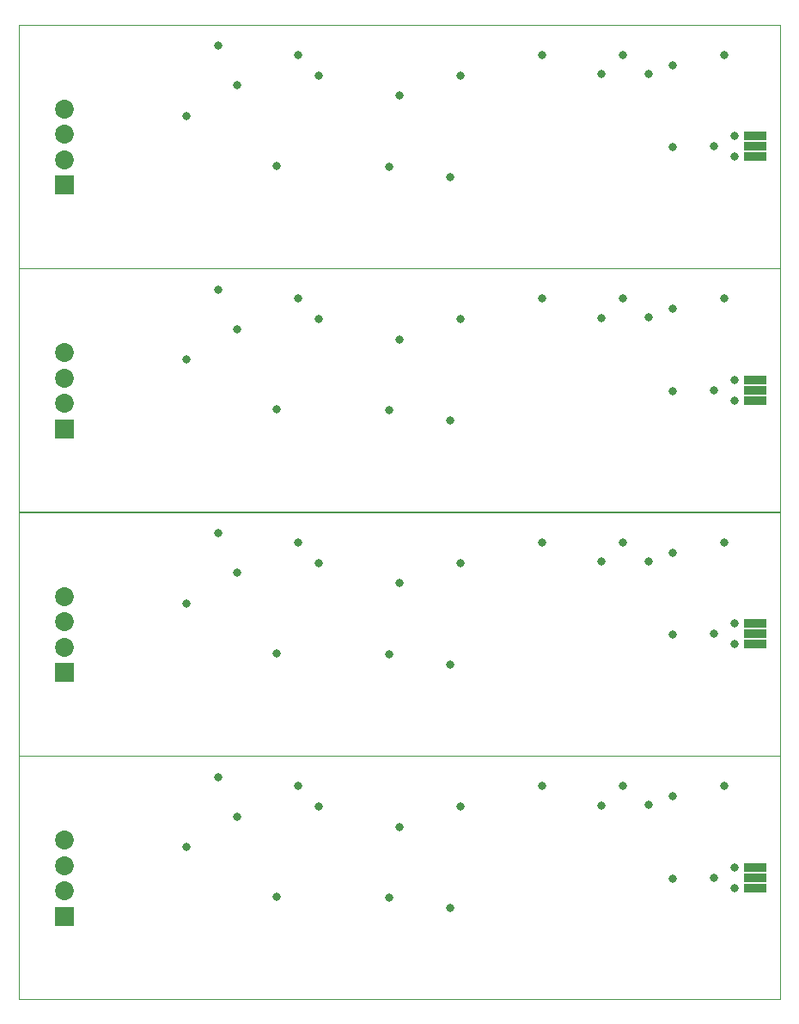
<source format=gbs>
G04 Layer_Color=16711935*
%FSLAX25Y25*%
%MOIN*%
G70*
G01*
G75*
%ADD22C,0.00100*%
%ADD37R,0.07300X0.07300*%
%ADD38C,0.07300*%
%ADD39R,0.08800X0.03200*%
%ADD40C,0.03200*%
D22*
X437008Y82642D02*
X732283D01*
Y177130D01*
X437008D02*
X732283D01*
X437008Y82642D02*
Y177130D01*
Y177142D02*
X732283D01*
Y271630D01*
X437008D02*
X732283D01*
X437008Y177142D02*
Y271630D01*
Y271642D02*
X732283D01*
Y366130D01*
X437008D02*
X732283D01*
X437008Y271642D02*
Y366130D01*
Y366142D02*
Y460630D01*
X732283D01*
Y366142D02*
Y460630D01*
X437008Y366142D02*
X732283D01*
D37*
X454724Y114886D02*
D03*
Y209386D02*
D03*
Y303886D02*
D03*
Y398386D02*
D03*
D38*
Y124729D02*
D03*
Y144414D02*
D03*
Y134571D02*
D03*
Y219229D02*
D03*
Y238914D02*
D03*
Y229071D02*
D03*
Y313729D02*
D03*
Y333414D02*
D03*
Y323571D02*
D03*
Y408229D02*
D03*
Y427914D02*
D03*
Y418071D02*
D03*
D39*
X722441Y133823D02*
D03*
Y129886D02*
D03*
Y125949D02*
D03*
Y228323D02*
D03*
Y224386D02*
D03*
Y220449D02*
D03*
Y322823D02*
D03*
Y318886D02*
D03*
Y314949D02*
D03*
Y417323D02*
D03*
Y413386D02*
D03*
Y409449D02*
D03*
D40*
X710630Y165319D02*
D03*
X681097Y157997D02*
D03*
X536965Y122449D02*
D03*
X604331Y118075D02*
D03*
X580709Y122012D02*
D03*
X584646Y149571D02*
D03*
X662949Y157882D02*
D03*
X501968Y141697D02*
D03*
X671260Y165319D02*
D03*
X639764D02*
D03*
X514092Y168943D02*
D03*
X545276Y165319D02*
D03*
X714567Y125949D02*
D03*
X706693Y129886D02*
D03*
X690582Y129523D02*
D03*
Y161382D02*
D03*
X714567Y133823D02*
D03*
X521654Y153508D02*
D03*
X553150Y157445D02*
D03*
X608268D02*
D03*
X710630Y259819D02*
D03*
X681097Y252497D02*
D03*
X536965Y216949D02*
D03*
X604331Y212575D02*
D03*
X580709Y216512D02*
D03*
X584646Y244071D02*
D03*
X662949Y252382D02*
D03*
X501968Y236197D02*
D03*
X671260Y259819D02*
D03*
X639764D02*
D03*
X514092Y263443D02*
D03*
X545276Y259819D02*
D03*
X714567Y220449D02*
D03*
X706693Y224386D02*
D03*
X690582Y224023D02*
D03*
Y255882D02*
D03*
X714567Y228323D02*
D03*
X521654Y248008D02*
D03*
X553150Y251945D02*
D03*
X608268D02*
D03*
X710630Y354319D02*
D03*
X681097Y346997D02*
D03*
X536965Y311449D02*
D03*
X604331Y307075D02*
D03*
X580709Y311012D02*
D03*
X584646Y338571D02*
D03*
X662949Y346882D02*
D03*
X501968Y330697D02*
D03*
X671260Y354319D02*
D03*
X639764D02*
D03*
X514092Y357943D02*
D03*
X545276Y354319D02*
D03*
X714567Y314949D02*
D03*
X706693Y318886D02*
D03*
X690582Y318523D02*
D03*
Y350382D02*
D03*
X714567Y322823D02*
D03*
X521654Y342508D02*
D03*
X553150Y346445D02*
D03*
X608268D02*
D03*
Y440945D02*
D03*
X553150D02*
D03*
X521654Y437008D02*
D03*
X714567Y417323D02*
D03*
X690582Y444882D02*
D03*
Y413023D02*
D03*
X706693Y413386D02*
D03*
X714567Y409449D02*
D03*
X545276Y448819D02*
D03*
X514092Y452443D02*
D03*
X639764Y448819D02*
D03*
X671260D02*
D03*
X501968Y425197D02*
D03*
X662949Y441382D02*
D03*
X584646Y433071D02*
D03*
X580709Y405512D02*
D03*
X604331Y401575D02*
D03*
X536965Y405949D02*
D03*
X681097Y441497D02*
D03*
X710630Y448819D02*
D03*
M02*

</source>
